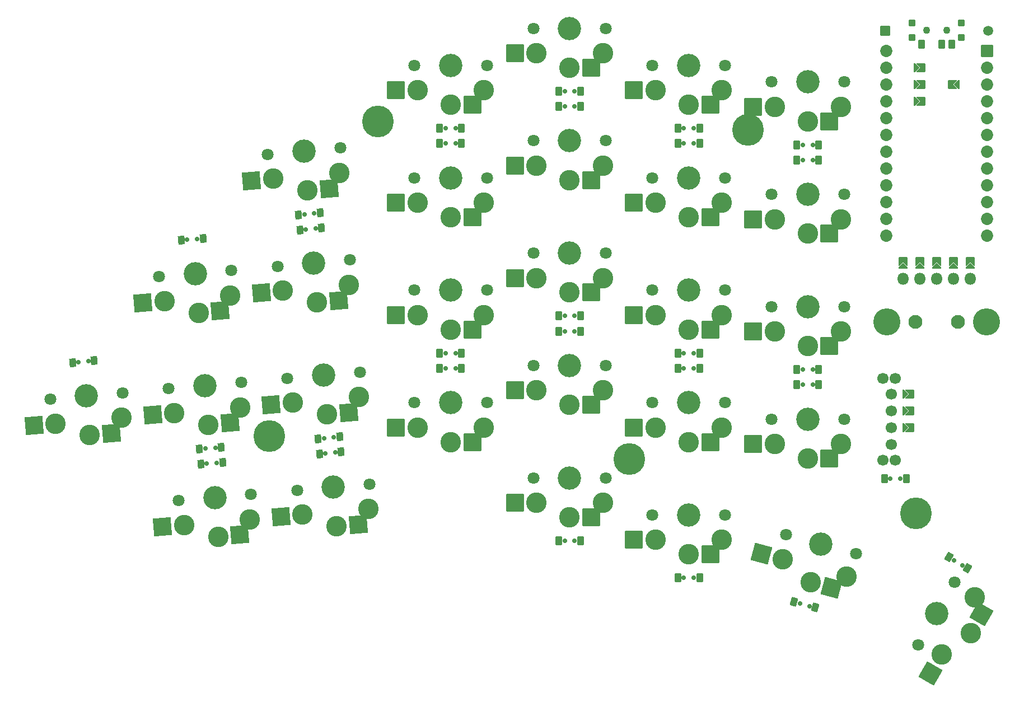
<source format=gbs>
%TF.GenerationSoftware,KiCad,Pcbnew,7.0.6-7.0.6~ubuntu20.04.1*%
%TF.CreationDate,2023-08-05T11:34:34+02:00*%
%TF.ProjectId,keyboard,6b657962-6f61-4726-942e-6b696361645f,v1.0.0*%
%TF.SameCoordinates,Original*%
%TF.FileFunction,Soldermask,Bot*%
%TF.FilePolarity,Negative*%
%FSLAX46Y46*%
G04 Gerber Fmt 4.6, Leading zero omitted, Abs format (unit mm)*
G04 Created by KiCad (PCBNEW 7.0.6-7.0.6~ubuntu20.04.1) date 2023-08-05 11:34:34*
%MOMM*%
%LPD*%
G01*
G04 APERTURE LIST*
G04 Aperture macros list*
%AMRoundRect*
0 Rectangle with rounded corners*
0 $1 Rounding radius*
0 $2 $3 $4 $5 $6 $7 $8 $9 X,Y pos of 4 corners*
0 Add a 4 corners polygon primitive as box body*
4,1,4,$2,$3,$4,$5,$6,$7,$8,$9,$2,$3,0*
0 Add four circle primitives for the rounded corners*
1,1,$1+$1,$2,$3*
1,1,$1+$1,$4,$5*
1,1,$1+$1,$6,$7*
1,1,$1+$1,$8,$9*
0 Add four rect primitives between the rounded corners*
20,1,$1+$1,$2,$3,$4,$5,0*
20,1,$1+$1,$4,$5,$6,$7,0*
20,1,$1+$1,$6,$7,$8,$9,0*
20,1,$1+$1,$8,$9,$2,$3,0*%
%AMFreePoly0*
4,1,14,0.635355,0.435355,0.650000,0.400000,0.650000,0.200000,0.635355,0.164645,0.035355,-0.435355,0.000000,-0.450000,-0.035355,-0.435355,-0.635355,0.164645,-0.650000,0.200000,-0.650000,0.400000,-0.635355,0.435355,-0.600000,0.450000,0.600000,0.450000,0.635355,0.435355,0.635355,0.435355,$1*%
%AMFreePoly1*
4,1,16,0.635355,1.035355,0.650000,1.000000,0.650000,-0.250000,0.635355,-0.285355,0.600000,-0.300000,-0.600000,-0.300000,-0.635355,-0.285355,-0.650000,-0.250000,-0.650000,1.000000,-0.635355,1.035355,-0.600000,1.050000,-0.564645,1.035355,0.000000,0.470710,0.564645,1.035355,0.600000,1.050000,0.635355,1.035355,0.635355,1.035355,$1*%
G04 Aperture macros list end*
%ADD10RoundRect,0.050000X-0.450000X-0.450000X0.450000X-0.450000X0.450000X0.450000X-0.450000X0.450000X0*%
%ADD11C,1.100000*%
%ADD12RoundRect,0.050000X-0.450000X-0.625000X0.450000X-0.625000X0.450000X0.625000X-0.450000X0.625000X0*%
%ADD13FreePoly0,180.000000*%
%ADD14FreePoly1,180.000000*%
%ADD15C,1.801800*%
%ADD16C,3.100000*%
%ADD17C,3.529000*%
%ADD18RoundRect,0.050000X1.300000X1.300000X-1.300000X1.300000X-1.300000X-1.300000X1.300000X-1.300000X0*%
%ADD19C,4.800000*%
%ADD20RoundRect,0.050000X-0.395994X-0.636937X0.500581X-0.558497X0.395994X0.636937X-0.500581X0.558497X0*%
%ADD21C,0.700000*%
%ADD22RoundRect,0.050000X-0.450000X-0.600000X0.450000X-0.600000X0.450000X0.600000X-0.450000X0.600000X0*%
%ADD23C,4.100000*%
%ADD24FreePoly0,90.000000*%
%ADD25FreePoly1,90.000000*%
%ADD26RoundRect,0.050000X-0.700000X0.700000X-0.700000X-0.700000X0.700000X-0.700000X0.700000X0.700000X0*%
%ADD27C,1.500000*%
%ADD28RoundRect,0.050000X1.181751X1.408356X-1.408356X1.181751X-1.181751X-1.408356X1.408356X-1.181751X0*%
%ADD29RoundRect,0.050000X-0.876300X0.876300X-0.876300X-0.876300X0.876300X-0.876300X0.876300X0.876300X0*%
%ADD30C,1.852600*%
%ADD31RoundRect,0.050000X-0.475833X1.775833X-1.775833X-0.475833X0.475833X-1.775833X1.775833X0.475833X0*%
%ADD32C,2.100000*%
%ADD33RoundRect,0.050000X1.592168X0.919239X-0.919239X1.592168X-1.592168X-0.919239X0.919239X-1.592168X0*%
%ADD34RoundRect,0.050000X-0.589958X-0.463087X0.279375X-0.696024X0.589958X0.463087X-0.279375X0.696024X0*%
%ADD35FreePoly0,270.000000*%
%ADD36FreePoly1,270.000000*%
%ADD37C,1.700000*%
%ADD38RoundRect,0.050000X-0.689711X-0.294615X0.089711X-0.744615X0.689711X0.294615X-0.089711X0.744615X0*%
%ADD39O,1.800000X1.800000*%
G04 APERTURE END LIST*
D10*
%TO.C,T1*%
X183721806Y-44925437D03*
X183721806Y-47125437D03*
D11*
X185921806Y-46025437D03*
X188921806Y-46025437D03*
D10*
X191121806Y-44925437D03*
X191121806Y-47125437D03*
D12*
X185171806Y-48100437D03*
X188171806Y-48100437D03*
X189671806Y-48100437D03*
%TD*%
D13*
%TO.C,J18*%
X189961808Y-81633435D03*
D14*
X189961808Y-80617435D03*
%TD*%
D15*
%TO.C,S22*%
X155421801Y-51325431D03*
D16*
X154921801Y-55075431D03*
X149921801Y-57275431D03*
X149921801Y-57275431D03*
D17*
X149921801Y-51325431D03*
D16*
X144921801Y-55075431D03*
D15*
X144421801Y-51325431D03*
D18*
X153196801Y-57275431D03*
X141646801Y-55075431D03*
%TD*%
D19*
%TO.C,_8*%
X184300309Y-119048558D03*
%TD*%
D20*
%TO.C,D3*%
X90923101Y-73907520D03*
D21*
X91819676Y-73829080D03*
X93313968Y-73698346D03*
D20*
X94210543Y-73619906D03*
%TD*%
D22*
%TO.C,D9*%
X148271803Y-128825426D03*
D21*
X149171803Y-128825426D03*
X150671803Y-128825426D03*
D22*
X151571803Y-128825426D03*
%TD*%
D23*
%TO.C,_3*%
X194921807Y-90125438D03*
%TD*%
D22*
%TO.C,D22*%
X130271803Y-91515433D03*
D21*
X131171803Y-91515433D03*
X132671803Y-91515433D03*
D22*
X133571803Y-91515433D03*
%TD*%
D15*
%TO.C,S14*%
X137421805Y-96715430D03*
D16*
X136921805Y-100465430D03*
X131921805Y-102665430D03*
X131921805Y-102665430D03*
D17*
X131921805Y-96715430D03*
D16*
X126921805Y-100465430D03*
D15*
X126421805Y-96715430D03*
D18*
X135196805Y-102665430D03*
X123646805Y-100465430D03*
%TD*%
D22*
%TO.C,D12*%
X166271806Y-97325435D03*
D21*
X167171806Y-97325435D03*
X168671806Y-97325435D03*
D22*
X169571806Y-97325435D03*
%TD*%
D15*
%TO.C,S12*%
X119421804Y-51325435D03*
D16*
X118921804Y-55075435D03*
X113921804Y-57275435D03*
X113921804Y-57275435D03*
D17*
X113921804Y-51325435D03*
D16*
X108921804Y-55075435D03*
D15*
X108421804Y-51325435D03*
D18*
X117196804Y-57275435D03*
X105646804Y-55075435D03*
%TD*%
D24*
%TO.C,J2*%
X182663797Y-103555432D03*
D25*
X183679797Y-103555432D03*
%TD*%
D22*
%TO.C,D13*%
X166271806Y-63325439D03*
D21*
X167171806Y-63325439D03*
X168671806Y-63325439D03*
D22*
X169571806Y-63325439D03*
%TD*%
%TO.C,D25*%
X148271804Y-63125431D03*
D21*
X149171804Y-63125431D03*
X150671804Y-63125431D03*
D22*
X151571804Y-63125431D03*
%TD*%
%TO.C,D8*%
X130271807Y-55215428D03*
D21*
X131171807Y-55215428D03*
X132671807Y-55215428D03*
D22*
X133571807Y-55215428D03*
%TD*%
%TO.C,D23*%
X130271797Y-57515430D03*
D21*
X131171797Y-57515430D03*
X132671797Y-57515430D03*
D22*
X133571797Y-57515430D03*
%TD*%
D15*
%TO.C,S24*%
X173421805Y-87825433D03*
D16*
X172921805Y-91575433D03*
X167921805Y-93775433D03*
X167921805Y-93775433D03*
D17*
X167921805Y-87825433D03*
D16*
X162921805Y-91575433D03*
D15*
X162421805Y-87825433D03*
D18*
X171196805Y-93775433D03*
X159646805Y-91575433D03*
%TD*%
D20*
%TO.C,D16*%
X76155346Y-111638191D03*
D21*
X77051921Y-111559751D03*
X78546213Y-111429017D03*
D20*
X79442788Y-111350577D03*
%TD*%
D22*
%TO.C,D29*%
X179521807Y-113825437D03*
D21*
X180421807Y-113825437D03*
X181921807Y-113825437D03*
D22*
X182821807Y-113825437D03*
%TD*%
D23*
%TO.C,_2*%
X179921799Y-90125437D03*
%TD*%
D19*
%TO.C,_4*%
X102921803Y-59825441D03*
%TD*%
D13*
%TO.C,J15*%
X182341806Y-81633437D03*
D14*
X182341806Y-80617437D03*
%TD*%
D22*
%TO.C,D20*%
X112271800Y-97125432D03*
D21*
X113171800Y-97125432D03*
X114671800Y-97125432D03*
D22*
X115571800Y-97125432D03*
%TD*%
%TO.C,D27*%
X166271804Y-65625431D03*
D21*
X167171804Y-65625431D03*
X168671804Y-65625431D03*
D22*
X169571804Y-65625431D03*
%TD*%
D19*
%TO.C,_7*%
X140921802Y-110825427D03*
%TD*%
D15*
%TO.C,S23*%
X173421804Y-104825440D03*
D16*
X172921804Y-108575440D03*
X167921804Y-110775440D03*
X167921804Y-110775440D03*
D17*
X167921804Y-104825440D03*
D16*
X162921804Y-108575440D03*
D15*
X162421804Y-104825440D03*
D18*
X171196804Y-110775440D03*
X159646804Y-108575440D03*
%TD*%
D13*
%TO.C,J16*%
X184881797Y-81633434D03*
D14*
X184881797Y-80617434D03*
%TD*%
D15*
%TO.C,S20*%
X155421803Y-85325440D03*
D16*
X154921803Y-89075440D03*
X149921803Y-91275440D03*
X149921803Y-91275440D03*
D17*
X149921803Y-85325440D03*
D16*
X144921803Y-89075440D03*
D15*
X144421803Y-85325440D03*
D18*
X153196803Y-91275440D03*
X141646803Y-89075440D03*
%TD*%
D15*
%TO.C,S9*%
X119421801Y-102325436D03*
D16*
X118921801Y-106075436D03*
X113921801Y-108275436D03*
X113921801Y-108275436D03*
D17*
X113921801Y-102325436D03*
D16*
X108921801Y-106075436D03*
D15*
X108421801Y-102325436D03*
D18*
X117196801Y-108275436D03*
X105646801Y-106075436D03*
%TD*%
D22*
%TO.C,D21*%
X112271799Y-63125434D03*
D21*
X113171799Y-63125434D03*
X114671799Y-63125434D03*
D22*
X115571799Y-63125434D03*
%TD*%
%TO.C,D7*%
X130271804Y-89215436D03*
D21*
X131171804Y-89215436D03*
X132671804Y-89215436D03*
D22*
X133571804Y-89215436D03*
%TD*%
D26*
%TO.C,*%
X179671804Y-46125433D03*
D27*
X195171804Y-46125433D03*
%TD*%
D15*
%TO.C,S21*%
X155421796Y-68325430D03*
D16*
X154921796Y-72075430D03*
X149921796Y-74275430D03*
X149921796Y-74275430D03*
D17*
X149921796Y-68325430D03*
D16*
X144921796Y-72075430D03*
D15*
X144421796Y-68325430D03*
D18*
X153196796Y-74275430D03*
X141646796Y-72075430D03*
%TD*%
D15*
%TO.C,S3*%
X82249691Y-99259932D03*
D16*
X82078428Y-103039240D03*
X77289197Y-105666647D03*
X77289197Y-105666647D03*
D17*
X76770620Y-99739289D03*
D16*
X72116481Y-103910798D03*
D15*
X71291549Y-100218646D03*
D28*
X80551734Y-105381212D03*
X68853943Y-104196233D03*
%TD*%
D22*
%TO.C,D10*%
X148271800Y-94825434D03*
D21*
X149171800Y-94825434D03*
X150671800Y-94825434D03*
D22*
X151571800Y-94825434D03*
%TD*%
D15*
%TO.C,S4*%
X80768051Y-82324619D03*
D16*
X80596788Y-86103927D03*
X75807557Y-88731334D03*
X75807557Y-88731334D03*
D17*
X75288980Y-82803976D03*
D16*
X70634841Y-86975485D03*
D15*
X69809909Y-83283333D03*
D28*
X79070094Y-88445899D03*
X67372303Y-87260920D03*
%TD*%
D29*
%TO.C,MCU1*%
X195041807Y-49155438D03*
D30*
X179801807Y-49155438D03*
X179801807Y-51695438D03*
X179801807Y-54235438D03*
X179801807Y-56775438D03*
X179801807Y-59315438D03*
X179801807Y-61855438D03*
X179801807Y-64395438D03*
X179801807Y-66935438D03*
X179801807Y-69475438D03*
X179801807Y-72015438D03*
X179801807Y-74555438D03*
X179801807Y-77095438D03*
X195041807Y-49155438D03*
X195041807Y-51695438D03*
X195041807Y-54235438D03*
X195041807Y-56775438D03*
X195041807Y-59315438D03*
X195041807Y-61855438D03*
X195041807Y-64395438D03*
X195041807Y-66935438D03*
X195041807Y-69475438D03*
X195041807Y-72015438D03*
X195041807Y-74555438D03*
X195041807Y-77095438D03*
%TD*%
D15*
%TO.C,S18*%
X155421801Y-119325434D03*
D16*
X154921801Y-123075434D03*
X149921801Y-125275434D03*
X149921801Y-125275434D03*
D17*
X149921801Y-119325434D03*
D16*
X144921801Y-123075434D03*
D15*
X144421801Y-119325434D03*
D18*
X153196801Y-125275434D03*
X141646801Y-123075434D03*
%TD*%
D15*
%TO.C,S11*%
X119421803Y-68325442D03*
D16*
X118921803Y-72075442D03*
X113921803Y-74275442D03*
X113921803Y-74275442D03*
D17*
X113921803Y-68325442D03*
D16*
X108921803Y-72075442D03*
D15*
X108421803Y-68325442D03*
D18*
X117196803Y-74275442D03*
X105646803Y-72075442D03*
%TD*%
D22*
%TO.C,D26*%
X166271807Y-99625427D03*
D21*
X167171807Y-99625427D03*
X168671807Y-99625427D03*
D22*
X169571807Y-99625427D03*
%TD*%
D24*
%TO.C,J3*%
X182663802Y-106095430D03*
D25*
X183679802Y-106095430D03*
%TD*%
D19*
%TO.C,_6*%
X86477205Y-107422539D03*
%TD*%
D24*
%TO.C,J7*%
X184413808Y-51675435D03*
D25*
X185429808Y-51675435D03*
%TD*%
D24*
%TO.C,J1*%
X182663800Y-101015438D03*
D25*
X183679800Y-101015438D03*
%TD*%
D15*
%TO.C,S25*%
X173421800Y-70825435D03*
D16*
X172921800Y-74575435D03*
X167921800Y-76775435D03*
X167921800Y-76775435D03*
D17*
X167921800Y-70825435D03*
D16*
X162921800Y-74575435D03*
D15*
X162421800Y-70825435D03*
D18*
X171196800Y-76775435D03*
X159646800Y-74575435D03*
%TD*%
D15*
%TO.C,S28*%
X190156539Y-129441166D03*
D16*
X193154134Y-131749179D03*
X192559390Y-137179306D03*
X192559390Y-137179306D03*
D17*
X187406539Y-134204306D03*
D16*
X188154134Y-140409433D03*
D15*
X184656539Y-138967446D03*
D31*
X194196890Y-134343073D03*
X186516634Y-143245666D03*
%TD*%
D32*
%TO.C,_1*%
X184171800Y-90125430D03*
X190671800Y-90125430D03*
%TD*%
D15*
%TO.C,S5*%
X101662862Y-114626433D03*
D16*
X101491599Y-118405741D03*
X96702368Y-121033148D03*
X96702368Y-121033148D03*
D17*
X96183791Y-115105790D03*
D16*
X91529652Y-119277299D03*
D15*
X90704720Y-115585147D03*
D28*
X99964905Y-120747713D03*
X88267114Y-119562734D03*
%TD*%
D15*
%TO.C,S27*%
X175234391Y-125138945D03*
D16*
X173780857Y-128631757D03*
X168381826Y-129462699D03*
X168381826Y-129462699D03*
D17*
X169921799Y-123715440D03*
D16*
X164121598Y-126043567D03*
D15*
X164609207Y-122291935D03*
D33*
X171545233Y-130310331D03*
X160958191Y-125195934D03*
%TD*%
D34*
%TO.C,D14*%
X165869244Y-132464682D03*
D21*
X166738578Y-132697619D03*
X168187466Y-133085847D03*
D34*
X169056800Y-133318784D03*
%TD*%
D15*
%TO.C,S7*%
X98699555Y-80755814D03*
D16*
X98528292Y-84535122D03*
X93739061Y-87162529D03*
X93739061Y-87162529D03*
D17*
X93220484Y-81235171D03*
D16*
X88566345Y-85406680D03*
D15*
X87741413Y-81714528D03*
D28*
X97001598Y-86877094D03*
X85303807Y-85692115D03*
%TD*%
D15*
%TO.C,S15*%
X137421798Y-79715433D03*
D16*
X136921798Y-83465433D03*
X131921798Y-85665433D03*
X131921798Y-85665433D03*
D17*
X131921798Y-79715433D03*
D16*
X126921798Y-83465433D03*
D15*
X126421798Y-79715433D03*
D18*
X135196798Y-85665433D03*
X123646798Y-83465433D03*
%TD*%
D20*
%TO.C,D2*%
X93886392Y-107778138D03*
D21*
X94782967Y-107699698D03*
X96277259Y-107568964D03*
D20*
X97173834Y-107490524D03*
%TD*%
D13*
%TO.C,J17*%
X187421802Y-81633432D03*
D14*
X187421802Y-80617432D03*
%TD*%
D15*
%TO.C,S13*%
X137421797Y-113715434D03*
D16*
X136921797Y-117465434D03*
X131921797Y-119665434D03*
X131921797Y-119665434D03*
D17*
X131921797Y-113715434D03*
D16*
X126921797Y-117465434D03*
D15*
X126421797Y-113715434D03*
D18*
X135196797Y-119665434D03*
X123646797Y-117465434D03*
%TD*%
D35*
%TO.C,J10*%
X190429793Y-54225429D03*
D36*
X189413793Y-54225429D03*
%TD*%
D15*
%TO.C,S19*%
X155421801Y-102325431D03*
D16*
X154921801Y-106075431D03*
X149921801Y-108275431D03*
X149921801Y-108275431D03*
D17*
X149921801Y-102325431D03*
D16*
X144921801Y-106075431D03*
D15*
X144421801Y-102325431D03*
D18*
X153196801Y-108275431D03*
X141646801Y-106075431D03*
%TD*%
D19*
%TO.C,_5*%
X158921803Y-61075435D03*
%TD*%
D22*
%TO.C,D5*%
X112271795Y-60825430D03*
D21*
X113171795Y-60825430D03*
X114671795Y-60825430D03*
D22*
X115571795Y-60825430D03*
%TD*%
D15*
%TO.C,S17*%
X137421810Y-45715433D03*
D16*
X136921810Y-49465433D03*
X131921810Y-51665433D03*
X131921810Y-51665433D03*
D17*
X131921810Y-45715433D03*
D16*
X126921810Y-49465433D03*
D15*
X126421810Y-45715433D03*
D18*
X135196810Y-51665433D03*
X123646810Y-49465433D03*
%TD*%
D37*
%TO.C,REF\u002A\u002A*%
X180546807Y-101015434D03*
X180546807Y-103555434D03*
X180546807Y-106095434D03*
X180546807Y-108635434D03*
X179321807Y-98625434D03*
X179321807Y-111025434D03*
X181171807Y-98625434D03*
X181171807Y-111025434D03*
%TD*%
D22*
%TO.C,D11*%
X148271803Y-60825432D03*
D21*
X149171803Y-60825432D03*
X150671803Y-60825432D03*
D22*
X151571803Y-60825432D03*
%TD*%
D20*
%TO.C,D19*%
X91123556Y-76198767D03*
D21*
X92020131Y-76120327D03*
X93514423Y-75989593D03*
D20*
X94410998Y-75911153D03*
%TD*%
D15*
%TO.C,S16*%
X137421805Y-62715435D03*
D16*
X136921805Y-66465435D03*
X131921805Y-68665435D03*
X131921805Y-68665435D03*
D17*
X131921805Y-62715435D03*
D16*
X126921805Y-66465435D03*
D15*
X126421805Y-62715435D03*
D18*
X135196805Y-68665435D03*
X123646805Y-66465435D03*
%TD*%
D15*
%TO.C,S26*%
X173421802Y-53825437D03*
D16*
X172921802Y-57575437D03*
X167921802Y-59775437D03*
X167921802Y-59775437D03*
D17*
X167921802Y-53825437D03*
D16*
X162921802Y-57575437D03*
D15*
X162421802Y-53825437D03*
D18*
X171196802Y-59775437D03*
X159646802Y-57575437D03*
%TD*%
D15*
%TO.C,S2*%
X83731350Y-116195235D03*
D16*
X83560087Y-119974543D03*
X78770856Y-122601950D03*
X78770856Y-122601950D03*
D17*
X78252279Y-116674592D03*
D16*
X73598140Y-120846101D03*
D15*
X72773208Y-117153949D03*
D28*
X82033393Y-122316515D03*
X70335602Y-121131536D03*
%TD*%
D15*
%TO.C,S1*%
X64318199Y-100828727D03*
D16*
X64146936Y-104608035D03*
X59357705Y-107235442D03*
X59357705Y-107235442D03*
D17*
X58839128Y-101308084D03*
D16*
X54184989Y-105479593D03*
D15*
X53360057Y-101787441D03*
D28*
X62620242Y-106950007D03*
X50922451Y-105765028D03*
%TD*%
D38*
%TO.C,D28*%
X189249078Y-125712944D03*
D21*
X190028501Y-126162944D03*
X191327539Y-126912944D03*
D38*
X192106962Y-127362944D03*
%TD*%
D39*
%TO.C,Nice!View1*%
X189961800Y-83625435D03*
X192501800Y-83625435D03*
X187421800Y-83625435D03*
X184881800Y-83625435D03*
X182341800Y-83625435D03*
%TD*%
D24*
%TO.C,J9*%
X184413796Y-56775432D03*
D25*
X185429796Y-56775432D03*
%TD*%
D20*
%TO.C,D17*%
X73192051Y-77767564D03*
D21*
X74088626Y-77689124D03*
X75582918Y-77558390D03*
D20*
X76479493Y-77479950D03*
%TD*%
D15*
%TO.C,S10*%
X119421796Y-85325435D03*
D16*
X118921796Y-89075435D03*
X113921796Y-91275435D03*
X113921796Y-91275435D03*
D17*
X113921796Y-85325435D03*
D16*
X108921796Y-89075435D03*
D15*
X108421796Y-85325435D03*
D18*
X117196796Y-91275435D03*
X105646796Y-89075435D03*
%TD*%
D15*
%TO.C,S6*%
X100181204Y-97691131D03*
D16*
X100009941Y-101470439D03*
X95220710Y-104097846D03*
X95220710Y-104097846D03*
D17*
X94702133Y-98170488D03*
D16*
X90047994Y-102341997D03*
D15*
X89223062Y-98649845D03*
D28*
X98483247Y-103812411D03*
X86785456Y-102627432D03*
%TD*%
D24*
%TO.C,J8*%
X184413802Y-54225432D03*
D25*
X185429802Y-54225432D03*
%TD*%
D22*
%TO.C,D6*%
X130271798Y-123215439D03*
D21*
X131171798Y-123215439D03*
X132671798Y-123215439D03*
D22*
X133571798Y-123215439D03*
%TD*%
D13*
%TO.C,J19*%
X192501798Y-81633432D03*
D14*
X192501798Y-80617432D03*
%TD*%
D22*
%TO.C,D4*%
X112271797Y-94825443D03*
D21*
X113171797Y-94825443D03*
X114671797Y-94825443D03*
D22*
X115571797Y-94825443D03*
%TD*%
%TO.C,D24*%
X148271796Y-97125434D03*
D21*
X149171796Y-97125434D03*
X150671796Y-97125434D03*
D22*
X151571796Y-97125434D03*
%TD*%
D15*
%TO.C,S8*%
X97217911Y-63820503D03*
D16*
X97046648Y-67599811D03*
X92257417Y-70227218D03*
X92257417Y-70227218D03*
D17*
X91738840Y-64299860D03*
D16*
X87084701Y-68471369D03*
D15*
X86259769Y-64779217D03*
D28*
X95519954Y-69941783D03*
X83822163Y-68756804D03*
%TD*%
D20*
%TO.C,D1*%
X75954884Y-109346947D03*
D21*
X76851459Y-109268507D03*
X78345751Y-109137773D03*
D20*
X79242326Y-109059333D03*
%TD*%
%TO.C,D15*%
X56742195Y-96271678D03*
D21*
X57638770Y-96193238D03*
X59133062Y-96062504D03*
D20*
X60029637Y-95984064D03*
%TD*%
%TO.C,D18*%
X94086855Y-110069380D03*
D21*
X94983430Y-109990940D03*
X96477722Y-109860206D03*
D20*
X97374297Y-109781766D03*
%TD*%
M02*

</source>
